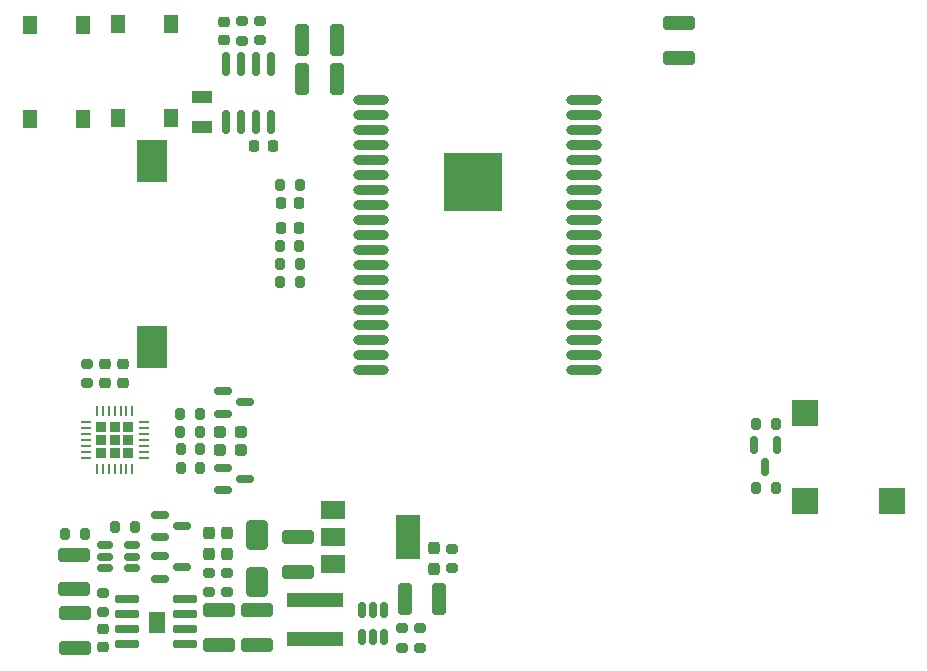
<source format=gbr>
G04 #@! TF.GenerationSoftware,KiCad,Pcbnew,8.0.3-8.0.3-0~ubuntu22.04.1*
G04 #@! TF.CreationDate,2024-07-11T21:40:33+07:00*
G04 #@! TF.ProjectId,kh-gift-hw,6b682d67-6966-4742-9d68-772e6b696361,rev?*
G04 #@! TF.SameCoordinates,Original*
G04 #@! TF.FileFunction,Paste,Top*
G04 #@! TF.FilePolarity,Positive*
%FSLAX46Y46*%
G04 Gerber Fmt 4.6, Leading zero omitted, Abs format (unit mm)*
G04 Created by KiCad (PCBNEW 8.0.3-8.0.3-0~ubuntu22.04.1) date 2024-07-11 21:40:33*
%MOMM*%
%LPD*%
G01*
G04 APERTURE LIST*
G04 Aperture macros list*
%AMRoundRect*
0 Rectangle with rounded corners*
0 $1 Rounding radius*
0 $2 $3 $4 $5 $6 $7 $8 $9 X,Y pos of 4 corners*
0 Add a 4 corners polygon primitive as box body*
4,1,4,$2,$3,$4,$5,$6,$7,$8,$9,$2,$3,0*
0 Add four circle primitives for the rounded corners*
1,1,$1+$1,$2,$3*
1,1,$1+$1,$4,$5*
1,1,$1+$1,$6,$7*
1,1,$1+$1,$8,$9*
0 Add four rect primitives between the rounded corners*
20,1,$1+$1,$2,$3,$4,$5,0*
20,1,$1+$1,$4,$5,$6,$7,0*
20,1,$1+$1,$6,$7,$8,$9,0*
20,1,$1+$1,$8,$9,$2,$3,0*%
G04 Aperture macros list end*
%ADD10C,0.010000*%
%ADD11RoundRect,0.150000X0.150000X-0.825000X0.150000X0.825000X-0.150000X0.825000X-0.150000X-0.825000X0*%
%ADD12RoundRect,0.225000X-0.225000X0.225000X-0.225000X-0.225000X0.225000X-0.225000X0.225000X0.225000X0*%
%ADD13RoundRect,0.062500X-0.062500X0.337500X-0.062500X-0.337500X0.062500X-0.337500X0.062500X0.337500X0*%
%ADD14RoundRect,0.062500X-0.337500X0.062500X-0.337500X-0.062500X0.337500X-0.062500X0.337500X0.062500X0*%
%ADD15RoundRect,0.200000X-0.200000X-0.275000X0.200000X-0.275000X0.200000X0.275000X-0.200000X0.275000X0*%
%ADD16RoundRect,0.150000X-0.587500X-0.150000X0.587500X-0.150000X0.587500X0.150000X-0.587500X0.150000X0*%
%ADD17RoundRect,0.150000X-0.150000X0.512500X-0.150000X-0.512500X0.150000X-0.512500X0.150000X0.512500X0*%
%ADD18RoundRect,0.225000X0.250000X-0.225000X0.250000X0.225000X-0.250000X0.225000X-0.250000X-0.225000X0*%
%ADD19RoundRect,0.200000X0.275000X-0.200000X0.275000X0.200000X-0.275000X0.200000X-0.275000X-0.200000X0*%
%ADD20RoundRect,0.250000X-0.650000X1.000000X-0.650000X-1.000000X0.650000X-1.000000X0.650000X1.000000X0*%
%ADD21RoundRect,0.200000X-0.275000X0.200000X-0.275000X-0.200000X0.275000X-0.200000X0.275000X0.200000X0*%
%ADD22R,1.300000X1.550000*%
%ADD23RoundRect,0.225000X0.225000X0.250000X-0.225000X0.250000X-0.225000X-0.250000X0.225000X-0.250000X0*%
%ADD24RoundRect,0.237500X0.237500X-0.287500X0.237500X0.287500X-0.237500X0.287500X-0.237500X-0.287500X0*%
%ADD25RoundRect,0.200000X0.200000X0.275000X-0.200000X0.275000X-0.200000X-0.275000X0.200000X-0.275000X0*%
%ADD26RoundRect,0.250000X1.100000X-0.325000X1.100000X0.325000X-1.100000X0.325000X-1.100000X-0.325000X0*%
%ADD27R,2.600000X3.540000*%
%ADD28R,2.600000X3.660000*%
%ADD29R,2.000000X1.500000*%
%ADD30R,2.000000X3.800000*%
%ADD31RoundRect,0.250000X0.325000X1.100000X-0.325000X1.100000X-0.325000X-1.100000X0.325000X-1.100000X0*%
%ADD32RoundRect,0.250000X-1.100000X0.325000X-1.100000X-0.325000X1.100000X-0.325000X1.100000X0.325000X0*%
%ADD33RoundRect,0.042000X-0.943000X-0.258000X0.943000X-0.258000X0.943000X0.258000X-0.943000X0.258000X0*%
%ADD34RoundRect,0.237500X0.287500X0.237500X-0.287500X0.237500X-0.287500X-0.237500X0.287500X-0.237500X0*%
%ADD35O,3.000000X0.900000*%
%ADD36R,5.000000X5.000000*%
%ADD37RoundRect,0.150000X-0.150000X0.587500X-0.150000X-0.587500X0.150000X-0.587500X0.150000X0.587500X0*%
%ADD38RoundRect,0.250000X-0.325000X-1.100000X0.325000X-1.100000X0.325000X1.100000X-0.325000X1.100000X0*%
%ADD39R,2.195000X2.195000*%
%ADD40RoundRect,0.225000X-0.225000X-0.250000X0.225000X-0.250000X0.225000X0.250000X-0.225000X0.250000X0*%
%ADD41R,1.800000X1.000000*%
%ADD42R,4.700000X1.180000*%
%ADD43RoundRect,0.150000X0.512500X0.150000X-0.512500X0.150000X-0.512500X-0.150000X0.512500X-0.150000X0*%
%ADD44RoundRect,0.237500X-0.237500X0.287500X-0.237500X-0.287500X0.237500X-0.287500X0.237500X0.287500X0*%
G04 APERTURE END LIST*
D10*
X51837000Y-145112500D02*
X50547000Y-145112500D01*
X50547000Y-143472500D01*
X51837000Y-143472500D01*
X51837000Y-145112500D01*
G36*
X51837000Y-145112500D02*
G01*
X50547000Y-145112500D01*
X50547000Y-143472500D01*
X51837000Y-143472500D01*
X51837000Y-145112500D01*
G37*
D11*
X57142000Y-101972500D03*
X58412000Y-101972500D03*
X59682000Y-101972500D03*
X60952000Y-101972500D03*
X60952000Y-97022500D03*
X59682000Y-97022500D03*
X58412000Y-97022500D03*
X57142000Y-97022500D03*
D12*
X48791200Y-127776700D03*
X47671200Y-127776700D03*
X46551200Y-127776700D03*
X48791200Y-128896700D03*
X47671200Y-128896700D03*
X46551200Y-128896700D03*
X48791200Y-130016700D03*
X47671200Y-130016700D03*
X46551200Y-130016700D03*
D13*
X49171200Y-126446700D03*
X48671200Y-126446700D03*
X48171200Y-126446700D03*
X47671200Y-126446700D03*
X47171200Y-126446700D03*
X46671200Y-126446700D03*
X46171200Y-126446700D03*
D14*
X45221200Y-127396700D03*
X45221200Y-127896700D03*
X45221200Y-128396700D03*
X45221200Y-128896700D03*
X45221200Y-129396700D03*
X45221200Y-129896700D03*
X45221200Y-130396700D03*
D13*
X46171200Y-131346700D03*
X46671200Y-131346700D03*
X47171200Y-131346700D03*
X47671200Y-131346700D03*
X48171200Y-131346700D03*
X48671200Y-131346700D03*
X49171200Y-131346700D03*
D14*
X50121200Y-130396700D03*
X50121200Y-129896700D03*
X50121200Y-129396700D03*
X50121200Y-128896700D03*
X50121200Y-128396700D03*
X50121200Y-127896700D03*
X50121200Y-127396700D03*
D15*
X53261200Y-129676700D03*
X54911200Y-129676700D03*
D16*
X51542000Y-135222500D03*
X51542000Y-137122500D03*
X53417000Y-136172500D03*
D17*
X70492000Y-143310000D03*
X69542000Y-143310000D03*
X68592000Y-143310000D03*
X68592000Y-145585000D03*
X69542000Y-145585000D03*
X70492000Y-145585000D03*
D16*
X56807000Y-124752700D03*
X56807000Y-126652700D03*
X58682000Y-125702700D03*
D18*
X46871200Y-124041700D03*
X46871200Y-122491700D03*
D15*
X53236200Y-126666700D03*
X54886200Y-126666700D03*
D19*
X73567000Y-146472500D03*
X73567000Y-144822500D03*
D20*
X59717000Y-136897500D03*
X59717000Y-140897500D03*
D15*
X53286200Y-131226700D03*
X54936200Y-131226700D03*
D21*
X57192000Y-140147500D03*
X57192000Y-141797500D03*
X59947000Y-93397500D03*
X59947000Y-95047500D03*
D22*
X44987000Y-93732500D03*
X44987000Y-101682500D03*
X40487000Y-93732500D03*
X40487000Y-101682500D03*
D18*
X46677000Y-146412500D03*
X46677000Y-144862500D03*
D21*
X58422000Y-93422500D03*
X58422000Y-95072500D03*
D23*
X63299800Y-108833900D03*
X61749800Y-108833900D03*
D24*
X55651800Y-138547500D03*
X55651800Y-136797500D03*
D25*
X45123000Y-136869500D03*
X43473000Y-136869500D03*
D26*
X56542000Y-146272500D03*
X56542000Y-143322500D03*
D23*
X63267000Y-110977500D03*
X61717000Y-110977500D03*
D27*
X50797000Y-105257500D03*
D28*
X50797000Y-121057500D03*
D29*
X66192000Y-134822500D03*
X66192000Y-137122500D03*
D30*
X72492000Y-137122500D03*
D29*
X66192000Y-139422500D03*
D31*
X66474000Y-98312300D03*
X63524000Y-98312300D03*
D26*
X44312000Y-146522500D03*
X44312000Y-143572500D03*
D15*
X61684800Y-107303900D03*
X63334800Y-107303900D03*
D16*
X56809500Y-131262700D03*
X56809500Y-133162700D03*
X58684500Y-132212700D03*
D32*
X44242000Y-138597500D03*
X44242000Y-141547500D03*
D21*
X45321200Y-122446700D03*
X45321200Y-124096700D03*
D25*
X103644000Y-127510500D03*
X101994000Y-127510500D03*
D33*
X48717000Y-142387500D03*
X48717000Y-143657500D03*
X48717000Y-144927500D03*
X48717000Y-146197500D03*
X53667000Y-146197500D03*
X53667000Y-144927500D03*
X53667000Y-143657500D03*
X53667000Y-142387500D03*
D18*
X48371200Y-124041700D03*
X48371200Y-122491700D03*
D16*
X51542000Y-138722500D03*
X51542000Y-140622500D03*
X53417000Y-139672500D03*
D34*
X58364500Y-129722700D03*
X56614500Y-129722700D03*
D18*
X56897000Y-95022500D03*
X56897000Y-93472500D03*
D21*
X72042000Y-144822500D03*
X72042000Y-146472500D03*
D15*
X47717000Y-136249500D03*
X49367000Y-136249500D03*
D35*
X69392000Y-100097500D03*
X69392000Y-101367500D03*
X69392000Y-102637500D03*
X69392000Y-103907500D03*
X69392000Y-105177500D03*
X69392000Y-106447500D03*
X69392000Y-107717500D03*
X69392000Y-108987500D03*
X69392000Y-110257500D03*
X69392000Y-111527500D03*
X69392000Y-112797500D03*
X69392000Y-114067500D03*
X69392000Y-115337500D03*
X69392000Y-116607500D03*
X69392000Y-117907500D03*
X69392000Y-119177500D03*
X69392000Y-120447500D03*
X69392000Y-121717500D03*
X69392000Y-122987500D03*
X87392000Y-122987500D03*
X87392000Y-121717500D03*
X87392000Y-120447500D03*
X87392000Y-119177500D03*
X87392000Y-117907500D03*
X87422000Y-116607500D03*
X87422000Y-115337500D03*
X87422000Y-114067500D03*
X87422000Y-112797500D03*
X87422000Y-111527500D03*
X87422000Y-110257500D03*
X87422000Y-108987500D03*
X87422000Y-107717500D03*
X87422000Y-106447500D03*
X87422000Y-105177500D03*
X87422000Y-103907500D03*
X87422000Y-102637500D03*
X87422000Y-101367500D03*
X87422000Y-100097500D03*
D36*
X77982000Y-107027500D03*
D15*
X101994000Y-132970500D03*
X103644000Y-132970500D03*
D24*
X57175800Y-138547500D03*
X57175800Y-136797500D03*
D31*
X66474000Y-95010300D03*
X63524000Y-95010300D03*
D22*
X52467000Y-93712500D03*
X52467000Y-101662500D03*
X47967000Y-93712500D03*
X47967000Y-101662500D03*
D26*
X63217000Y-140097500D03*
X63217000Y-137147500D03*
D21*
X76227000Y-138112500D03*
X76227000Y-139762500D03*
D26*
X95479000Y-96536100D03*
X95479000Y-93586100D03*
D15*
X61684800Y-114009500D03*
X63334800Y-114009500D03*
D21*
X55667000Y-140147500D03*
X55667000Y-141797500D03*
D37*
X103714000Y-129295500D03*
X101814000Y-129295500D03*
X102764000Y-131170500D03*
D38*
X72217000Y-142397500D03*
X75167000Y-142397500D03*
D39*
X106124000Y-126630500D03*
X106124000Y-134030500D03*
X113524000Y-134030500D03*
D26*
X59767000Y-146272500D03*
X59767000Y-143322500D03*
D40*
X59499600Y-104001900D03*
X61049600Y-104001900D03*
D21*
X46677000Y-141832500D03*
X46677000Y-143482500D03*
D15*
X61672000Y-112487500D03*
X63322000Y-112487500D03*
D34*
X58367000Y-128182700D03*
X56617000Y-128182700D03*
D25*
X63334800Y-115533500D03*
X61684800Y-115533500D03*
D41*
X55065000Y-102387500D03*
X55065000Y-99887500D03*
D15*
X53241200Y-128176700D03*
X54891200Y-128176700D03*
D42*
X64667000Y-145757500D03*
X64667000Y-142447500D03*
D43*
X49142000Y-139724500D03*
X49142000Y-138774500D03*
X49142000Y-137824500D03*
X46867000Y-137824500D03*
X46867000Y-138774500D03*
X46867000Y-139724500D03*
D44*
X74677000Y-138057500D03*
X74677000Y-139807500D03*
M02*

</source>
